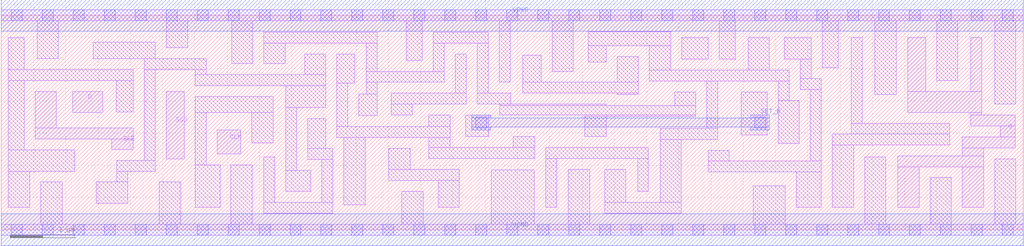
<source format=lef>
# Copyright 2020 The SkyWater PDK Authors
#
# Licensed under the Apache License, Version 2.0 (the "License");
# you may not use this file except in compliance with the License.
# You may obtain a copy of the License at
#
#     https://www.apache.org/licenses/LICENSE-2.0
#
# Unless required by applicable law or agreed to in writing, software
# distributed under the License is distributed on an "AS IS" BASIS,
# WITHOUT WARRANTIES OR CONDITIONS OF ANY KIND, either express or implied.
# See the License for the specific language governing permissions and
# limitations under the License.
#
# SPDX-License-Identifier: Apache-2.0

VERSION 5.5 ;
NAMESCASESENSITIVE ON ;
BUSBITCHARS "[]" ;
DIVIDERCHAR "/" ;
MACRO sky130_fd_sc_ls__sdfstp_4
  CLASS CORE ;
  SOURCE USER ;
  ORIGIN  0.000000  0.000000 ;
  SIZE  15.84000 BY  3.330000 ;
  SYMMETRY X Y ;
  SITE unit ;
  PIN D
    ANTENNAGATEAREA  0.159000 ;
    DIRECTION INPUT ;
    USE SIGNAL ;
    PORT
      LAYER li1 ;
        RECT 1.105000 1.820000 1.575000 2.150000 ;
    END
  END D
  PIN Q
    ANTENNADIFFAREA  1.201100 ;
    DIRECTION OUTPUT ;
    USE SIGNAL ;
    PORT
      LAYER li1 ;
        RECT 13.895000 0.350000 14.225000 0.980000 ;
        RECT 13.895000 0.980000 15.225000 1.150000 ;
        RECT 14.045000 1.820000 15.195000 2.150000 ;
        RECT 14.045000 2.150000 14.325000 2.980000 ;
        RECT 14.895000 0.350000 15.225000 0.980000 ;
        RECT 14.895000 1.150000 15.225000 1.270000 ;
        RECT 14.895000 1.270000 15.715000 1.440000 ;
        RECT 15.025000 1.610000 15.715000 1.780000 ;
        RECT 15.025000 1.780000 15.195000 1.820000 ;
        RECT 15.025000 2.150000 15.195000 2.980000 ;
        RECT 15.485000 1.440000 15.715000 1.610000 ;
    END
  END Q
  PIN SCD
    ANTENNAGATEAREA  0.159000 ;
    DIRECTION INPUT ;
    USE SIGNAL ;
    PORT
      LAYER li1 ;
        RECT 2.555000 1.100000 2.835000 2.150000 ;
    END
  END SCD
  PIN SCE
    ANTENNAGATEAREA  0.318000 ;
    DIRECTION INPUT ;
    USE SIGNAL ;
    PORT
      LAYER li1 ;
        RECT 0.525000 1.410000 2.045000 1.580000 ;
        RECT 0.525000 1.580000 0.855000 2.150000 ;
        RECT 1.715000 1.250000 2.045000 1.410000 ;
    END
  END SCE
  PIN SET_B
    ANTENNAPARTIALMETALSIDEAREA  3.213000 ;
    DIRECTION INPUT ;
    USE SIGNAL ;
    PORT
      LAYER met1 ;
        RECT  7.295000 1.550000  7.585000 1.595000 ;
        RECT  7.295000 1.595000 11.905000 1.735000 ;
        RECT  7.295000 1.735000  7.585000 1.780000 ;
        RECT 11.615000 1.550000 11.905000 1.595000 ;
        RECT 11.615000 1.735000 11.905000 1.780000 ;
    END
  END SET_B
  PIN CLK
    ANTENNAGATEAREA  0.279000 ;
    DIRECTION INPUT ;
    USE CLOCK ;
    PORT
      LAYER li1 ;
        RECT 3.345000 1.180000 3.715000 1.550000 ;
    END
  END CLK
  PIN VGND
    DIRECTION INOUT ;
    SHAPE ABUTMENT ;
    USE GROUND ;
    PORT
      LAYER met1 ;
        RECT 0.000000 -0.245000 15.840000 0.245000 ;
    END
  END VGND
  PIN VPWR
    DIRECTION INOUT ;
    SHAPE ABUTMENT ;
    USE POWER ;
    PORT
      LAYER met1 ;
        RECT 0.000000 3.085000 15.840000 3.575000 ;
    END
  END VPWR
  OBS
    LAYER li1 ;
      RECT  0.000000 -0.085000 15.840000 0.085000 ;
      RECT  0.000000  3.245000 15.840000 3.415000 ;
      RECT  0.105000  0.350000  0.445000 0.910000 ;
      RECT  0.105000  0.910000  1.140000 1.240000 ;
      RECT  0.105000  1.240000  0.355000 2.320000 ;
      RECT  0.105000  2.320000  2.045000 2.490000 ;
      RECT  0.105000  2.490000  0.355000 2.980000 ;
      RECT  0.555000  2.660000  0.885000 3.245000 ;
      RECT  0.615000  0.085000  0.945000 0.740000 ;
      RECT  1.425000  2.660000  2.385000 2.910000 ;
      RECT  1.475000  0.410000  1.960000 0.740000 ;
      RECT  1.785000  1.830000  2.045000 2.320000 ;
      RECT  1.790000  0.740000  1.960000 0.910000 ;
      RECT  1.790000  0.910000  2.385000 1.080000 ;
      RECT  2.215000  1.080000  2.385000 2.490000 ;
      RECT  2.215000  2.490000  3.175000 2.660000 ;
      RECT  2.450000  0.085000  2.780000 0.740000 ;
      RECT  2.560000  2.830000  2.890000 3.245000 ;
      RECT  3.005000  0.350000  3.390000 1.010000 ;
      RECT  3.005000  1.010000  3.175000 1.820000 ;
      RECT  3.005000  1.820000  4.215000 2.070000 ;
      RECT  3.005000  2.240000  5.030000 2.410000 ;
      RECT  3.005000  2.410000  3.175000 2.490000 ;
      RECT  3.560000  0.085000  3.890000 1.010000 ;
      RECT  3.570000  2.580000  3.900000 3.245000 ;
      RECT  3.885000  1.350000  4.215000 1.820000 ;
      RECT  4.070000  0.255000  5.140000 0.425000 ;
      RECT  4.070000  0.425000  4.240000 1.130000 ;
      RECT  4.070000  2.580000  4.400000 2.895000 ;
      RECT  4.070000  2.895000  5.830000 3.065000 ;
      RECT  4.410000  0.595000  4.800000 0.925000 ;
      RECT  4.410000  0.925000  4.580000 1.900000 ;
      RECT  4.410000  1.900000  5.030000 2.240000 ;
      RECT  4.700000  2.410000  5.030000 2.725000 ;
      RECT  4.750000  1.095000  5.140000 1.265000 ;
      RECT  4.750000  1.265000  5.030000 1.730000 ;
      RECT  4.970000  0.425000  5.140000 1.095000 ;
      RECT  5.200000  1.435000  6.955000 1.605000 ;
      RECT  5.200000  1.605000  5.370000 2.275000 ;
      RECT  5.200000  2.275000  5.480000 2.725000 ;
      RECT  5.310000  0.385000  5.640000 1.435000 ;
      RECT  5.540000  1.775000  5.830000 2.105000 ;
      RECT  5.660000  2.105000  5.830000 2.290000 ;
      RECT  5.660000  2.290000  6.865000 2.460000 ;
      RECT  5.660000  2.460000  5.830000 2.895000 ;
      RECT  6.005000  0.770000  7.100000 0.940000 ;
      RECT  6.005000  0.940000  6.335000 1.265000 ;
      RECT  6.040000  1.780000  6.370000 1.950000 ;
      RECT  6.040000  1.950000  7.205000 2.120000 ;
      RECT  6.210000  0.085000  6.540000 0.600000 ;
      RECT  6.275000  2.630000  6.525000 3.245000 ;
      RECT  6.625000  1.110000  8.265000 1.280000 ;
      RECT  6.625000  1.280000  6.955000 1.435000 ;
      RECT  6.625000  1.605000  6.955000 1.780000 ;
      RECT  6.695000  2.460000  6.865000 2.895000 ;
      RECT  6.695000  2.895000  7.545000 3.065000 ;
      RECT  6.770000  0.350000  7.100000 0.770000 ;
      RECT  7.035000  2.120000  7.205000 2.725000 ;
      RECT  7.195000  1.450000  7.555000 1.780000 ;
      RECT  7.375000  1.950000  7.895000 2.120000 ;
      RECT  7.375000  2.120000  7.545000 2.895000 ;
      RECT  7.590000  0.085000  8.260000 0.930000 ;
      RECT  7.715000  2.290000  7.885000 3.245000 ;
      RECT  7.725000  1.780000 10.765000 1.930000 ;
      RECT  7.725000  1.930000  9.375000 1.950000 ;
      RECT  7.935000  1.280000  8.265000 1.450000 ;
      RECT  8.085000  2.120000  9.875000 2.290000 ;
      RECT  8.085000  2.290000  8.365000 2.715000 ;
      RECT  8.440000  0.350000  8.610000 1.110000 ;
      RECT  8.440000  1.110000 10.030000 1.280000 ;
      RECT  8.535000  2.460000  8.865000 3.245000 ;
      RECT  8.790000  0.085000  9.120000 0.940000 ;
      RECT  9.045000  1.450000  9.375000 1.760000 ;
      RECT  9.045000  1.760000 10.765000 1.780000 ;
      RECT  9.095000  2.600000  9.375000 2.860000 ;
      RECT  9.095000  2.860000 10.375000 3.075000 ;
      RECT  9.350000  0.255000 10.540000 0.425000 ;
      RECT  9.350000  0.425000  9.680000 0.940000 ;
      RECT  9.545000  2.100000  9.875000 2.120000 ;
      RECT  9.545000  2.290000  9.875000 2.690000 ;
      RECT  9.860000  0.595000 10.030000 1.110000 ;
      RECT 10.045000  2.310000 12.210000 2.480000 ;
      RECT 10.045000  2.480000 10.375000 2.860000 ;
      RECT 10.210000  0.425000 10.540000 1.400000 ;
      RECT 10.210000  1.400000 11.105000 1.570000 ;
      RECT 10.435000  1.930000 10.765000 2.135000 ;
      RECT 10.545000  2.650000 10.955000 2.980000 ;
      RECT 10.935000  1.570000 11.105000 2.310000 ;
      RECT 10.955000  0.900000 12.710000 1.070000 ;
      RECT 10.955000  1.070000 11.285000 1.230000 ;
      RECT 11.125000  2.650000 11.375000 3.245000 ;
      RECT 11.470000  1.470000 11.870000 2.140000 ;
      RECT 11.575000  2.480000 11.905000 2.980000 ;
      RECT 11.650000  0.085000 12.150000 0.680000 ;
      RECT 12.040000  1.340000 12.370000 2.010000 ;
      RECT 12.040000  2.010000 12.210000 2.310000 ;
      RECT 12.135000  2.650000 12.550000 2.980000 ;
      RECT 12.320000  0.350000 12.710000 0.900000 ;
      RECT 12.380000  2.180000 12.710000 2.350000 ;
      RECT 12.380000  2.350000 12.550000 2.650000 ;
      RECT 12.540000  1.070000 12.710000 2.180000 ;
      RECT 12.720000  2.520000 12.970000 3.245000 ;
      RECT 12.880000  0.350000 13.210000 1.320000 ;
      RECT 12.880000  1.320000 14.695000 1.490000 ;
      RECT 13.170000  1.490000 14.695000 1.650000 ;
      RECT 13.170000  1.650000 13.340000 2.980000 ;
      RECT 13.380000  0.085000 13.710000 1.130000 ;
      RECT 13.540000  2.100000 13.870000 3.245000 ;
      RECT 14.395000  0.085000 14.725000 0.810000 ;
      RECT 14.495000  2.320000 14.825000 3.245000 ;
      RECT 15.395000  0.085000 15.725000 1.100000 ;
      RECT 15.395000  1.950000 15.725000 3.245000 ;
    LAYER mcon ;
      RECT  0.155000 -0.085000  0.325000 0.085000 ;
      RECT  0.155000  3.245000  0.325000 3.415000 ;
      RECT  0.635000 -0.085000  0.805000 0.085000 ;
      RECT  0.635000  3.245000  0.805000 3.415000 ;
      RECT  1.115000 -0.085000  1.285000 0.085000 ;
      RECT  1.115000  3.245000  1.285000 3.415000 ;
      RECT  1.595000 -0.085000  1.765000 0.085000 ;
      RECT  1.595000  3.245000  1.765000 3.415000 ;
      RECT  2.075000 -0.085000  2.245000 0.085000 ;
      RECT  2.075000  3.245000  2.245000 3.415000 ;
      RECT  2.555000 -0.085000  2.725000 0.085000 ;
      RECT  2.555000  3.245000  2.725000 3.415000 ;
      RECT  3.035000 -0.085000  3.205000 0.085000 ;
      RECT  3.035000  3.245000  3.205000 3.415000 ;
      RECT  3.515000 -0.085000  3.685000 0.085000 ;
      RECT  3.515000  3.245000  3.685000 3.415000 ;
      RECT  3.995000 -0.085000  4.165000 0.085000 ;
      RECT  3.995000  3.245000  4.165000 3.415000 ;
      RECT  4.475000 -0.085000  4.645000 0.085000 ;
      RECT  4.475000  3.245000  4.645000 3.415000 ;
      RECT  4.955000 -0.085000  5.125000 0.085000 ;
      RECT  4.955000  3.245000  5.125000 3.415000 ;
      RECT  5.435000 -0.085000  5.605000 0.085000 ;
      RECT  5.435000  3.245000  5.605000 3.415000 ;
      RECT  5.915000 -0.085000  6.085000 0.085000 ;
      RECT  5.915000  3.245000  6.085000 3.415000 ;
      RECT  6.395000 -0.085000  6.565000 0.085000 ;
      RECT  6.395000  3.245000  6.565000 3.415000 ;
      RECT  6.875000 -0.085000  7.045000 0.085000 ;
      RECT  6.875000  3.245000  7.045000 3.415000 ;
      RECT  7.355000 -0.085000  7.525000 0.085000 ;
      RECT  7.355000  1.580000  7.525000 1.750000 ;
      RECT  7.355000  3.245000  7.525000 3.415000 ;
      RECT  7.835000 -0.085000  8.005000 0.085000 ;
      RECT  7.835000  3.245000  8.005000 3.415000 ;
      RECT  8.315000 -0.085000  8.485000 0.085000 ;
      RECT  8.315000  3.245000  8.485000 3.415000 ;
      RECT  8.795000 -0.085000  8.965000 0.085000 ;
      RECT  8.795000  3.245000  8.965000 3.415000 ;
      RECT  9.275000 -0.085000  9.445000 0.085000 ;
      RECT  9.275000  3.245000  9.445000 3.415000 ;
      RECT  9.755000 -0.085000  9.925000 0.085000 ;
      RECT  9.755000  3.245000  9.925000 3.415000 ;
      RECT 10.235000 -0.085000 10.405000 0.085000 ;
      RECT 10.235000  3.245000 10.405000 3.415000 ;
      RECT 10.715000 -0.085000 10.885000 0.085000 ;
      RECT 10.715000  3.245000 10.885000 3.415000 ;
      RECT 11.195000 -0.085000 11.365000 0.085000 ;
      RECT 11.195000  3.245000 11.365000 3.415000 ;
      RECT 11.675000 -0.085000 11.845000 0.085000 ;
      RECT 11.675000  1.580000 11.845000 1.750000 ;
      RECT 11.675000  3.245000 11.845000 3.415000 ;
      RECT 12.155000 -0.085000 12.325000 0.085000 ;
      RECT 12.155000  3.245000 12.325000 3.415000 ;
      RECT 12.635000 -0.085000 12.805000 0.085000 ;
      RECT 12.635000  3.245000 12.805000 3.415000 ;
      RECT 13.115000 -0.085000 13.285000 0.085000 ;
      RECT 13.115000  3.245000 13.285000 3.415000 ;
      RECT 13.595000 -0.085000 13.765000 0.085000 ;
      RECT 13.595000  3.245000 13.765000 3.415000 ;
      RECT 14.075000 -0.085000 14.245000 0.085000 ;
      RECT 14.075000  3.245000 14.245000 3.415000 ;
      RECT 14.555000 -0.085000 14.725000 0.085000 ;
      RECT 14.555000  3.245000 14.725000 3.415000 ;
      RECT 15.035000 -0.085000 15.205000 0.085000 ;
      RECT 15.035000  3.245000 15.205000 3.415000 ;
      RECT 15.515000 -0.085000 15.685000 0.085000 ;
      RECT 15.515000  3.245000 15.685000 3.415000 ;
  END
END sky130_fd_sc_ls__sdfstp_4

</source>
